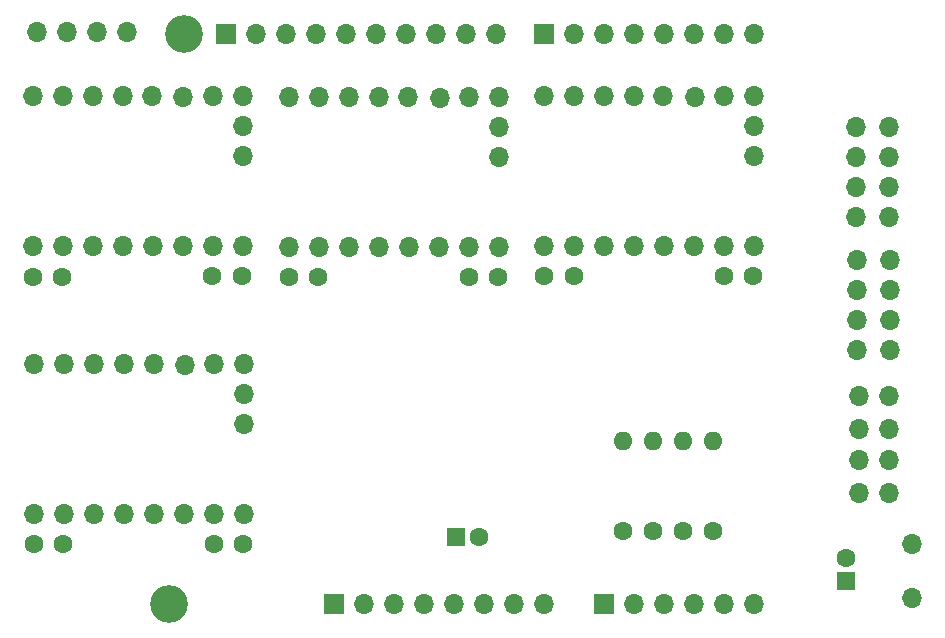
<source format=gbr>
%TF.GenerationSoftware,KiCad,Pcbnew,(6.0.6)*%
%TF.CreationDate,2022-07-08T17:20:42+08:00*%
%TF.ProjectId,Stepper,53746570-7065-4722-9e6b-696361645f70,rev?*%
%TF.SameCoordinates,Original*%
%TF.FileFunction,Soldermask,Bot*%
%TF.FilePolarity,Negative*%
%FSLAX46Y46*%
G04 Gerber Fmt 4.6, Leading zero omitted, Abs format (unit mm)*
G04 Created by KiCad (PCBNEW (6.0.6)) date 2022-07-08 17:20:42*
%MOMM*%
%LPD*%
G01*
G04 APERTURE LIST*
%ADD10R,1.700000X1.700000*%
%ADD11O,1.700000X1.700000*%
%ADD12C,1.600000*%
%ADD13O,1.600000X1.600000*%
%ADD14C,3.200000*%
%ADD15R,1.600000X1.600000*%
G04 APERTURE END LIST*
D10*
%TO.C,J1*%
X127940000Y-97460000D03*
D11*
X130480000Y-97460000D03*
X133020000Y-97460000D03*
X135560000Y-97460000D03*
X138100000Y-97460000D03*
X140640000Y-97460000D03*
X143180000Y-97460000D03*
X145720000Y-97460000D03*
%TD*%
D10*
%TO.C,J3*%
X150800000Y-97460000D03*
D11*
X153340000Y-97460000D03*
X155880000Y-97460000D03*
X158420000Y-97460000D03*
X160960000Y-97460000D03*
X163500000Y-97460000D03*
%TD*%
D10*
%TO.C,J2*%
X118796000Y-49200000D03*
D11*
X121336000Y-49200000D03*
X123876000Y-49200000D03*
X126416000Y-49200000D03*
X128956000Y-49200000D03*
X131496000Y-49200000D03*
X134036000Y-49200000D03*
X136576000Y-49200000D03*
X139116000Y-49200000D03*
X141656000Y-49200000D03*
%TD*%
D10*
%TO.C,J4*%
X145720000Y-49200000D03*
D11*
X148260000Y-49200000D03*
X150800000Y-49200000D03*
X153340000Y-49200000D03*
X155880000Y-49200000D03*
X158420000Y-49200000D03*
X160960000Y-49200000D03*
X163500000Y-49200000D03*
%TD*%
%TO.C,*%
X120200000Y-57040000D03*
%TD*%
%TO.C,*%
X134270000Y-67260000D03*
%TD*%
%TO.C,*%
X174900000Y-79860000D03*
%TD*%
%TO.C,*%
X134225799Y-54555827D03*
%TD*%
%TO.C,*%
X131730000Y-67260000D03*
%TD*%
%TO.C,*%
X104960000Y-67200000D03*
%TD*%
%TO.C,*%
X172360000Y-79860000D03*
%TD*%
%TO.C,*%
X117824201Y-77144173D03*
%TD*%
%TO.C,*%
X112700000Y-77140000D03*
%TD*%
%TO.C,*%
X158491710Y-54571710D03*
%TD*%
D12*
%TO.C,REF\u002A\u002A*%
X139350000Y-69800000D03*
X141850000Y-69800000D03*
%TD*%
D11*
%TO.C,*%
X117660000Y-67200000D03*
%TD*%
%TO.C,*%
X148260000Y-54500000D03*
%TD*%
%TO.C,*%
X175000000Y-75960000D03*
%TD*%
%TO.C,*%
X148260000Y-67200000D03*
%TD*%
%TO.C,*%
X172100000Y-59640000D03*
%TD*%
%TO.C,*%
X105124201Y-77144173D03*
%TD*%
%TO.C,*%
X120364201Y-82224173D03*
%TD*%
%TO.C,*%
X139350000Y-67260000D03*
%TD*%
%TO.C,*%
X120200000Y-54500000D03*
%TD*%
%TO.C,*%
X150800000Y-67200000D03*
%TD*%
%TO.C,*%
X172100000Y-57100000D03*
%TD*%
%TO.C,*%
X175000000Y-70880000D03*
%TD*%
%TO.C,*%
X145720000Y-67200000D03*
%TD*%
%TO.C,*%
X163500000Y-67200000D03*
%TD*%
%TO.C,*%
X175000000Y-73420000D03*
%TD*%
%TO.C,*%
X150800000Y-54500000D03*
%TD*%
%TO.C,*%
X163500000Y-59580000D03*
%TD*%
%TO.C,*%
X124110000Y-54560000D03*
%TD*%
%TO.C,*%
X120200000Y-59580000D03*
%TD*%
D12*
%TO.C,REF\u002A\u002A*%
X160960000Y-69740000D03*
X163460000Y-69740000D03*
%TD*%
%TO.C,REF\u002A\u002A*%
X160000000Y-91310000D03*
D13*
X160000000Y-83690000D03*
%TD*%
D11*
%TO.C,*%
X126650000Y-67260000D03*
%TD*%
%TO.C,*%
X115355911Y-77215883D03*
%TD*%
%TO.C,*%
X110040000Y-54500000D03*
%TD*%
%TO.C,*%
X115191710Y-54571710D03*
%TD*%
%TO.C,*%
X141890000Y-67260000D03*
%TD*%
%TO.C,*%
X102584201Y-77144173D03*
%TD*%
%TO.C,*%
X172380000Y-88060000D03*
%TD*%
%TO.C,*%
X172380000Y-85260000D03*
%TD*%
%TO.C,*%
X174900000Y-59640000D03*
%TD*%
%TO.C,*%
X107860000Y-49000000D03*
%TD*%
%TO.C,*%
X172100000Y-62180000D03*
%TD*%
%TO.C,*%
X129190000Y-67260000D03*
%TD*%
%TO.C,*%
X102584201Y-89844173D03*
%TD*%
%TO.C,*%
X160960000Y-67200000D03*
%TD*%
%TO.C,*%
X131730000Y-54560000D03*
%TD*%
D12*
%TO.C,R 10 K*%
X152380000Y-91310000D03*
D13*
X152380000Y-83690000D03*
%TD*%
D11*
%TO.C,*%
X105124201Y-89844173D03*
%TD*%
%TO.C,*%
X172200000Y-70900000D03*
%TD*%
%TO.C,*%
X153340000Y-67200000D03*
%TD*%
%TO.C,*%
X141890000Y-54560000D03*
%TD*%
D14*
%TO.C,MH1*%
X115240000Y-49200000D03*
%TD*%
D11*
%TO.C,*%
X120200000Y-67200000D03*
%TD*%
%TO.C,*%
X117824201Y-89844173D03*
%TD*%
D15*
%TO.C,REF\u002A\u002A*%
X138244888Y-91800000D03*
D12*
X140244888Y-91800000D03*
%TD*%
D11*
%TO.C,*%
X104960000Y-54500000D03*
%TD*%
D12*
%TO.C,REF\u002A\u002A*%
X154920000Y-91310000D03*
D13*
X154920000Y-83690000D03*
%TD*%
D11*
%TO.C,*%
X174920000Y-85260000D03*
%TD*%
%TO.C,*%
X102420000Y-54500000D03*
%TD*%
%TO.C,*%
X163500000Y-57040000D03*
%TD*%
%TO.C,*%
X172200000Y-68360000D03*
%TD*%
%TO.C,*%
X174900000Y-64720000D03*
%TD*%
%TO.C,*%
X136881710Y-54631710D03*
%TD*%
%TO.C,*%
X155880000Y-67200000D03*
%TD*%
%TO.C,*%
X174920000Y-88060000D03*
%TD*%
%TO.C,*%
X141890000Y-59640000D03*
%TD*%
D12*
%TO.C,REF\u002A\u002A*%
X157460000Y-91310000D03*
D13*
X157460000Y-83690000D03*
%TD*%
D11*
%TO.C,*%
X110040000Y-67200000D03*
%TD*%
%TO.C,*%
X136810000Y-67260000D03*
%TD*%
%TO.C,*%
X172200000Y-73440000D03*
%TD*%
%TO.C,*%
X174900000Y-57100000D03*
%TD*%
%TO.C,*%
X160960000Y-54500000D03*
%TD*%
%TO.C,*%
X115120000Y-67200000D03*
%TD*%
%TO.C,*%
X124110000Y-67260000D03*
%TD*%
%TO.C,*%
X120364201Y-89844173D03*
%TD*%
%TO.C,*%
X107664201Y-89844173D03*
%TD*%
%TO.C,*%
X129190000Y-54560000D03*
%TD*%
%TO.C,*%
X117660000Y-54500000D03*
%TD*%
%TO.C,*%
X155835799Y-54495827D03*
%TD*%
%TO.C,*%
X163500000Y-54500000D03*
%TD*%
%TO.C,*%
X174900000Y-62180000D03*
%TD*%
D12*
%TO.C,REF\u002A\u002A*%
X145760000Y-69740000D03*
X148260000Y-69740000D03*
%TD*%
D11*
%TO.C,*%
X176900000Y-92400000D03*
%TD*%
%TO.C,*%
X115284201Y-89844173D03*
%TD*%
%TO.C,*%
X126650000Y-54560000D03*
%TD*%
D15*
%TO.C,C*%
X171300000Y-95555113D03*
D12*
X171300000Y-93555113D03*
%TD*%
D11*
%TO.C,*%
X112580000Y-67200000D03*
%TD*%
%TO.C,*%
X174920000Y-82660000D03*
%TD*%
D12*
%TO.C,REF\u002A\u002A*%
X124110000Y-69800000D03*
X126610000Y-69800000D03*
%TD*%
D11*
%TO.C,*%
X107500000Y-54500000D03*
%TD*%
%TO.C,*%
X110204201Y-77144173D03*
%TD*%
%TO.C,*%
X153340000Y-54500000D03*
%TD*%
%TO.C,*%
X176900000Y-97000000D03*
%TD*%
%TO.C,*%
X102420000Y-67200000D03*
%TD*%
%TO.C,*%
X110204201Y-89844173D03*
%TD*%
D12*
%TO.C,REF\u002A\u002A*%
X102540000Y-92380000D03*
X105040000Y-92380000D03*
%TD*%
D11*
%TO.C,*%
X172200000Y-75980000D03*
%TD*%
%TO.C,*%
X112744201Y-89844173D03*
%TD*%
%TO.C,*%
X107500000Y-67200000D03*
%TD*%
%TO.C,*%
X141890000Y-57100000D03*
%TD*%
%TO.C,*%
X172100000Y-64720000D03*
%TD*%
%TO.C,*%
X145720000Y-54500000D03*
%TD*%
%TO.C,*%
X120364201Y-79684173D03*
%TD*%
%TO.C,*%
X158420000Y-67200000D03*
%TD*%
D12*
%TO.C,REF\u002A\u002A*%
X117780000Y-92380000D03*
X120280000Y-92380000D03*
%TD*%
%TO.C,REF\u002A\u002A*%
X102446709Y-69771710D03*
X104946709Y-69771710D03*
%TD*%
D11*
%TO.C,*%
X110400000Y-49000000D03*
%TD*%
D14*
%TO.C,MH2*%
X113970000Y-97460000D03*
%TD*%
D11*
%TO.C,*%
X112535799Y-54495827D03*
%TD*%
%TO.C,*%
X175000000Y-68340000D03*
%TD*%
%TO.C,*%
X102780000Y-49000000D03*
%TD*%
%TO.C,*%
X120364201Y-77144173D03*
%TD*%
%TO.C,*%
X105320000Y-49000000D03*
%TD*%
%TO.C,*%
X172380000Y-82660000D03*
%TD*%
%TO.C,*%
X139350000Y-54560000D03*
%TD*%
%TO.C,*%
X107664201Y-77144173D03*
%TD*%
D12*
%TO.C,REF\u002A\u002A*%
X117615799Y-69740000D03*
X120115799Y-69740000D03*
%TD*%
M02*

</source>
